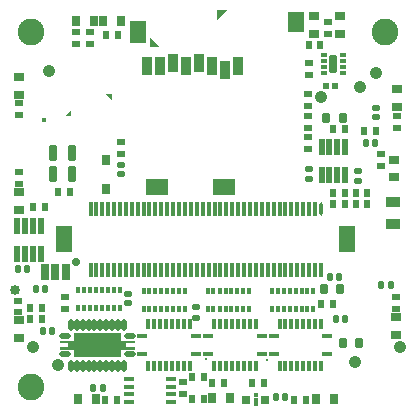
<source format=gbs>
G04 Layer_Color=16711935*
%FSLAX42Y42*%
%MOMM*%
G71*
G01*
G75*
G04:AMPARAMS|DCode=23|XSize=0.61mm|YSize=0.91mm|CornerRadius=0.15mm|HoleSize=0mm|Usage=FLASHONLY|Rotation=180.000|XOffset=0mm|YOffset=0mm|HoleType=Round|Shape=RoundedRectangle|*
%AMROUNDEDRECTD23*
21,1,0.61,0.61,0,0,180.0*
21,1,0.30,0.91,0,0,180.0*
1,1,0.30,-0.15,0.30*
1,1,0.30,0.15,0.30*
1,1,0.30,0.15,-0.30*
1,1,0.30,-0.15,-0.30*
%
%ADD23ROUNDEDRECTD23*%
G04:AMPARAMS|DCode=25|XSize=0.51mm|YSize=0.61mm|CornerRadius=0.13mm|HoleSize=0mm|Usage=FLASHONLY|Rotation=90.000|XOffset=0mm|YOffset=0mm|HoleType=Round|Shape=RoundedRectangle|*
%AMROUNDEDRECTD25*
21,1,0.51,0.36,0,0,90.0*
21,1,0.25,0.61,0,0,90.0*
1,1,0.25,0.18,0.13*
1,1,0.25,0.18,-0.13*
1,1,0.25,-0.18,-0.13*
1,1,0.25,-0.18,0.13*
%
%ADD25ROUNDEDRECTD25*%
G04:AMPARAMS|DCode=26|XSize=0.51mm|YSize=0.61mm|CornerRadius=0.13mm|HoleSize=0mm|Usage=FLASHONLY|Rotation=0.000|XOffset=0mm|YOffset=0mm|HoleType=Round|Shape=RoundedRectangle|*
%AMROUNDEDRECTD26*
21,1,0.51,0.36,0,0,0.0*
21,1,0.25,0.61,0,0,0.0*
1,1,0.25,0.13,-0.18*
1,1,0.25,-0.13,-0.18*
1,1,0.25,-0.13,0.18*
1,1,0.25,0.13,0.18*
%
%ADD26ROUNDEDRECTD26*%
G04:AMPARAMS|DCode=36|XSize=0.71mm|YSize=1.32mm|CornerRadius=0.18mm|HoleSize=0mm|Usage=FLASHONLY|Rotation=0.000|XOffset=0mm|YOffset=0mm|HoleType=Round|Shape=RoundedRectangle|*
%AMROUNDEDRECTD36*
21,1,0.71,0.97,0,0,0.0*
21,1,0.36,1.32,0,0,0.0*
1,1,0.36,0.18,-0.48*
1,1,0.36,-0.18,-0.48*
1,1,0.36,-0.18,0.48*
1,1,0.36,0.18,0.48*
%
%ADD36ROUNDEDRECTD36*%
%ADD69R,0.46X0.46*%
%ADD114R,0.56X0.66*%
%ADD115R,0.66X0.56*%
%ADD120R,0.66X0.66*%
%ADD122R,0.46X0.46*%
%ADD132R,0.43X0.56*%
%ADD133R,0.30X0.56*%
%ADD140R,0.56X0.36*%
G04:AMPARAMS|DCode=141|XSize=0.56mm|YSize=0.36mm|CornerRadius=0.09mm|HoleSize=0mm|Usage=FLASHONLY|Rotation=0.000|XOffset=0mm|YOffset=0mm|HoleType=Round|Shape=RoundedRectangle|*
%AMROUNDEDRECTD141*
21,1,0.56,0.18,0,0,0.0*
21,1,0.39,0.36,0,0,0.0*
1,1,0.17,0.19,-0.09*
1,1,0.17,-0.19,-0.09*
1,1,0.17,-0.19,0.09*
1,1,0.17,0.19,0.09*
%
%ADD141ROUNDEDRECTD141*%
G04:AMPARAMS|DCode=142|XSize=0.76mm|YSize=1.47mm|CornerRadius=0.17mm|HoleSize=0mm|Usage=FLASHONLY|Rotation=0.000|XOffset=0mm|YOffset=0mm|HoleType=Round|Shape=RoundedRectangle|*
%AMROUNDEDRECTD142*
21,1,0.76,1.14,0,0,0.0*
21,1,0.43,1.47,0,0,0.0*
1,1,0.34,0.21,-0.57*
1,1,0.34,-0.21,-0.57*
1,1,0.34,-0.21,0.57*
1,1,0.34,0.21,0.57*
%
%ADD142ROUNDEDRECTD142*%
%ADD173R,0.51X0.51*%
%ADD174C,0.71*%
%ADD175C,2.26*%
%ADD177C,0.25*%
G04:AMPARAMS|DCode=178|XSize=1.07mm|YSize=1.07mm|CornerRadius=0.53mm|HoleSize=0mm|Usage=FLASHONLY|Rotation=180.000|XOffset=0mm|YOffset=0mm|HoleType=Round|Shape=RoundedRectangle|*
%AMROUNDEDRECTD178*
21,1,1.07,0.00,0,0,180.0*
21,1,0.00,1.07,0,0,180.0*
1,1,1.07,0.00,0.00*
1,1,1.07,0.00,0.00*
1,1,1.07,0.00,0.00*
1,1,1.07,0.00,0.00*
%
%ADD178ROUNDEDRECTD178*%
G04:AMPARAMS|DCode=179|XSize=0.85mm|YSize=0.85mm|CornerRadius=0.43mm|HoleSize=0mm|Usage=FLASHONLY|Rotation=180.000|XOffset=0mm|YOffset=0mm|HoleType=Round|Shape=RoundedRectangle|*
%AMROUNDEDRECTD179*
21,1,0.85,0.00,0,0,180.0*
21,1,0.00,0.85,0,0,180.0*
1,1,0.85,0.00,0.00*
1,1,0.85,0.00,0.00*
1,1,0.85,0.00,0.00*
1,1,0.85,0.00,0.00*
%
%ADD179ROUNDEDRECTD179*%
G04:AMPARAMS|DCode=180|XSize=1.07mm|YSize=1.07mm|CornerRadius=0.53mm|HoleSize=0mm|Usage=FLASHONLY|Rotation=90.000|XOffset=0mm|YOffset=0mm|HoleType=Round|Shape=RoundedRectangle|*
%AMROUNDEDRECTD180*
21,1,1.07,0.00,0,0,90.0*
21,1,0.00,1.07,0,0,90.0*
1,1,1.07,0.00,0.00*
1,1,1.07,0.00,0.00*
1,1,1.07,0.00,0.00*
1,1,1.07,0.00,0.00*
%
%ADD180ROUNDEDRECTD180*%
%ADD181R,0.91X0.36*%
%ADD182R,0.36X0.91*%
%ADD183R,1.47X1.96*%
%ADD184R,1.85X1.47*%
%ADD185R,1.47X1.66*%
%ADD186R,0.86X1.57*%
%ADD187R,0.91X0.41*%
%ADD188R,0.66X0.97*%
%ADD189R,0.97X0.66*%
%ADD190R,1.27X0.86*%
%ADD191R,0.30X1.17*%
%ADD192R,1.47X2.16*%
G04:AMPARAMS|DCode=193|XSize=0.3mm|YSize=1.17mm|CornerRadius=0.15mm|HoleSize=0mm|Usage=FLASHONLY|Rotation=180.000|XOffset=0mm|YOffset=0mm|HoleType=Round|Shape=RoundedRectangle|*
%AMROUNDEDRECTD193*
21,1,0.30,0.86,0,0,180.0*
21,1,0.00,1.17,0,0,180.0*
1,1,0.30,0.00,0.43*
1,1,0.30,0.00,0.43*
1,1,0.30,0.00,-0.43*
1,1,0.30,0.00,-0.43*
%
%ADD193ROUNDEDRECTD193*%
%ADD194R,0.48X1.37*%
%ADD195R,0.66X0.86*%
%ADD196R,0.69X1.32*%
G04:AMPARAMS|DCode=197|XSize=0.44mm|YSize=1mm|CornerRadius=0.15mm|HoleSize=0mm|Usage=FLASHONLY|Rotation=270.000|XOffset=0mm|YOffset=0mm|HoleType=Round|Shape=RoundedRectangle|*
%AMROUNDEDRECTD197*
21,1,0.44,0.71,0,0,270.0*
21,1,0.15,1.00,0,0,270.0*
1,1,0.29,-0.36,-0.08*
1,1,0.29,-0.36,0.08*
1,1,0.29,0.36,0.08*
1,1,0.29,0.36,-0.08*
%
%ADD197ROUNDEDRECTD197*%
G04:AMPARAMS|DCode=198|XSize=0.44mm|YSize=1mm|CornerRadius=0.15mm|HoleSize=0mm|Usage=FLASHONLY|Rotation=180.000|XOffset=0mm|YOffset=0mm|HoleType=Round|Shape=RoundedRectangle|*
%AMROUNDEDRECTD198*
21,1,0.44,0.71,0,0,180.0*
21,1,0.15,1.00,0,0,180.0*
1,1,0.29,-0.08,0.36*
1,1,0.29,0.08,0.36*
1,1,0.29,0.08,-0.36*
1,1,0.29,-0.08,-0.36*
%
%ADD198ROUNDEDRECTD198*%
G36*
X3135Y5311D02*
X3085D01*
X3135Y5362D01*
Y5311D01*
D02*
G37*
G36*
X3558Y3412D02*
X3673D01*
Y3389D01*
X3601D01*
Y3357D01*
X3673D01*
Y3334D01*
X3558D01*
Y3271D01*
X3153D01*
Y3334D01*
X3038D01*
Y3357D01*
X3109D01*
Y3389D01*
X3038D01*
Y3412D01*
X3153D01*
Y3476D01*
X3558D01*
Y3412D01*
D02*
G37*
G36*
X3481Y5451D02*
X3431Y5501D01*
X3481D01*
Y5451D01*
D02*
G37*
G36*
X4369Y6129D02*
Y6212D01*
X4451D01*
X4369Y6129D01*
D02*
G37*
G36*
X3882Y5899D02*
X3799D01*
Y5982D01*
X3882Y5899D01*
D02*
G37*
D23*
X5412Y3853D02*
D03*
X5272D02*
D03*
X5574Y3396D02*
D03*
X5434D02*
D03*
X5432Y5296D02*
D03*
X5292D02*
D03*
D25*
X5565Y4768D02*
D03*
Y4848D02*
D03*
X3617Y3727D02*
D03*
Y3807D02*
D03*
X5718Y5384D02*
D03*
Y5304D02*
D03*
X4194Y3600D02*
D03*
Y3700D02*
D03*
X5144Y4863D02*
D03*
Y4783D02*
D03*
X3553Y4822D02*
D03*
Y4902D02*
D03*
D26*
X5707Y5083D02*
D03*
X5627D02*
D03*
X5839Y3884D02*
D03*
X5759D02*
D03*
X5402Y3955D02*
D03*
X5322D02*
D03*
X2680Y4016D02*
D03*
X2760D02*
D03*
X3400Y3010D02*
D03*
X3320D02*
D03*
X2971Y3498D02*
D03*
X2891D02*
D03*
X5373Y3599D02*
D03*
X5453D02*
D03*
X2913Y3853D02*
D03*
X2833D02*
D03*
X4865Y2939D02*
D03*
X4945D02*
D03*
D36*
X2983Y5004D02*
D03*
X3143Y5004D02*
D03*
X2983Y4821D02*
D03*
X3143Y4821D02*
D03*
D69*
X4696Y2954D02*
D03*
Y2873D02*
D03*
Y2913D02*
D03*
D03*
D114*
X3533Y5997D02*
D03*
X3432D02*
D03*
X5616Y5184D02*
D03*
X5717D02*
D03*
X3523Y2908D02*
D03*
X3422D02*
D03*
X4155Y2916D02*
D03*
X4256D02*
D03*
X5022Y2908D02*
D03*
X5122D02*
D03*
X5349Y4661D02*
D03*
X5450D02*
D03*
X5349Y4572D02*
D03*
X5450D02*
D03*
X5641D02*
D03*
X5541D02*
D03*
X5641Y4661D02*
D03*
X5541D02*
D03*
X2812Y4544D02*
D03*
X2913D02*
D03*
X5352Y5204D02*
D03*
X5453D02*
D03*
X4666Y3056D02*
D03*
X4767D02*
D03*
X2781Y3691D02*
D03*
X2882D02*
D03*
X5143Y5916D02*
D03*
X5244D02*
D03*
X4156Y3101D02*
D03*
X4257D02*
D03*
X2883Y3599D02*
D03*
X2782D02*
D03*
X4326Y3053D02*
D03*
X4426D02*
D03*
X3122Y4671D02*
D03*
X3021D02*
D03*
X5352Y3721D02*
D03*
X5251D02*
D03*
D115*
X5311Y6109D02*
D03*
Y6008D02*
D03*
X2690Y5326D02*
D03*
Y5427D02*
D03*
Y4839D02*
D03*
Y4738D02*
D03*
X2680Y3752D02*
D03*
Y3651D02*
D03*
X5880Y3782D02*
D03*
Y3681D02*
D03*
X5753Y4991D02*
D03*
Y4890D02*
D03*
X5890Y5215D02*
D03*
Y5315D02*
D03*
X3178Y6027D02*
D03*
Y5927D02*
D03*
X4084Y2960D02*
D03*
Y3061D02*
D03*
X3289Y6027D02*
D03*
Y5927D02*
D03*
X5138Y5499D02*
D03*
Y5398D02*
D03*
Y5133D02*
D03*
Y5033D02*
D03*
Y5316D02*
D03*
Y5215D02*
D03*
X5149Y5763D02*
D03*
Y5662D02*
D03*
X3078Y3680D02*
D03*
Y3781D02*
D03*
X3553Y5095D02*
D03*
Y4994D02*
D03*
D120*
X4615Y2913D02*
D03*
X4776D02*
D03*
D122*
X2903Y5283D02*
D03*
D132*
X5184Y3833D02*
D03*
X4834D02*
D03*
Y3682D02*
D03*
X5184D02*
D03*
X4640Y3833D02*
D03*
X4290D02*
D03*
Y3682D02*
D03*
X4640D02*
D03*
X3546Y3838D02*
D03*
X3195D02*
D03*
Y3687D02*
D03*
X3546D02*
D03*
X4097Y3835D02*
D03*
X3747D02*
D03*
Y3684D02*
D03*
X4097D02*
D03*
D133*
X5134Y3833D02*
D03*
X5084D02*
D03*
X5034D02*
D03*
X4983D02*
D03*
X4933D02*
D03*
X4882D02*
D03*
Y3682D02*
D03*
X4933D02*
D03*
X4983D02*
D03*
X5034D02*
D03*
X5084D02*
D03*
X5134D02*
D03*
X4590Y3833D02*
D03*
X4540D02*
D03*
X4490D02*
D03*
X4440D02*
D03*
X4389D02*
D03*
X4338D02*
D03*
Y3682D02*
D03*
X4389D02*
D03*
X4440D02*
D03*
X4490D02*
D03*
X4540D02*
D03*
X4590D02*
D03*
X3496Y3838D02*
D03*
X3446D02*
D03*
X3396D02*
D03*
X3345D02*
D03*
X3294D02*
D03*
X3244D02*
D03*
Y3687D02*
D03*
X3294D02*
D03*
X3345D02*
D03*
X3396D02*
D03*
X3446D02*
D03*
X3496D02*
D03*
X4047Y3835D02*
D03*
X3997D02*
D03*
X3947D02*
D03*
X3896D02*
D03*
X3846D02*
D03*
X3795D02*
D03*
Y3684D02*
D03*
X3846D02*
D03*
X3896D02*
D03*
X3947D02*
D03*
X3997D02*
D03*
X4047D02*
D03*
D140*
X5272Y5677D02*
D03*
D141*
X5433D02*
D03*
Y5728D02*
D03*
Y5778D02*
D03*
Y5828D02*
D03*
X5272D02*
D03*
Y5778D02*
D03*
Y5728D02*
D03*
D142*
X5352Y5753D02*
D03*
D173*
X5291Y5570D02*
D03*
X5371D02*
D03*
D174*
X3170Y4080D02*
D03*
D175*
X5791Y6022D02*
D03*
X2791D02*
D03*
Y3023D02*
D03*
D177*
X4275Y3256D02*
D03*
X4793Y3251D02*
D03*
D178*
X3020Y3203D02*
D03*
X2807Y3355D02*
D03*
X5578Y5563D02*
D03*
X5248Y5474D02*
D03*
X2944Y5697D02*
D03*
D179*
X2657Y3843D02*
D03*
D180*
X5718Y5677D02*
D03*
X5916Y3355D02*
D03*
X5535Y3233D02*
D03*
D181*
X4186Y3301D02*
D03*
Y3452D02*
D03*
X3735D02*
D03*
Y3301D02*
D03*
X5298D02*
D03*
Y3452D02*
D03*
X4847D02*
D03*
Y3301D02*
D03*
X4745D02*
D03*
Y3452D02*
D03*
X4294D02*
D03*
Y3301D02*
D03*
D182*
X4135Y3551D02*
D03*
X4087D02*
D03*
X4036D02*
D03*
X3985D02*
D03*
X3935D02*
D03*
X3885D02*
D03*
X3835D02*
D03*
X3785D02*
D03*
Y3201D02*
D03*
X3835D02*
D03*
X3885D02*
D03*
X3935D02*
D03*
X3985D02*
D03*
X4036D02*
D03*
X4087D02*
D03*
X4135D02*
D03*
X5248Y3551D02*
D03*
X5199D02*
D03*
X5149D02*
D03*
X5098D02*
D03*
X5047D02*
D03*
X4997D02*
D03*
X4947D02*
D03*
X4897D02*
D03*
Y3201D02*
D03*
X4947D02*
D03*
X4997D02*
D03*
X5047D02*
D03*
X5098D02*
D03*
X5149D02*
D03*
X5199D02*
D03*
X5248D02*
D03*
X4694Y3551D02*
D03*
X4646D02*
D03*
X4595D02*
D03*
X4544D02*
D03*
X4494D02*
D03*
X4444D02*
D03*
X4394D02*
D03*
X4344D02*
D03*
Y3201D02*
D03*
X4394D02*
D03*
X4444D02*
D03*
X4494D02*
D03*
X4544D02*
D03*
X4595D02*
D03*
X4646D02*
D03*
X4694D02*
D03*
D183*
X3696Y6025D02*
D03*
D184*
X3856Y4709D02*
D03*
X4426D02*
D03*
D185*
X5036Y6114D02*
D03*
D186*
X3774Y5740D02*
D03*
X3884D02*
D03*
X3993Y5761D02*
D03*
X4105Y5740D02*
D03*
X4214Y5761D02*
D03*
X4323Y5740D02*
D03*
X4435Y5700D02*
D03*
X4545Y5740D02*
D03*
D187*
X3619Y3022D02*
D03*
X3975D02*
D03*
X3619Y2957D02*
D03*
Y2891D02*
D03*
X3975Y2957D02*
D03*
Y2891D02*
D03*
Y3087D02*
D03*
X3619D02*
D03*
D188*
X3406Y6119D02*
D03*
X3557D02*
D03*
X3345Y2918D02*
D03*
X3194D02*
D03*
X4328Y2929D02*
D03*
X4479D02*
D03*
X5207Y2918D02*
D03*
X5358D02*
D03*
X3174Y6119D02*
D03*
X3325D02*
D03*
D189*
X5413Y6007D02*
D03*
Y6158D02*
D03*
X2690Y5494D02*
D03*
Y5645D02*
D03*
Y4671D02*
D03*
Y4520D02*
D03*
X2692Y3584D02*
D03*
Y3433D02*
D03*
X5880Y3614D02*
D03*
Y3463D02*
D03*
X5870Y4945D02*
D03*
Y4794D02*
D03*
X5890Y5392D02*
D03*
Y5544D02*
D03*
X5189Y6011D02*
D03*
Y6162D02*
D03*
D190*
X5860Y4585D02*
D03*
Y4403D02*
D03*
D191*
X3297Y4010D02*
D03*
Y4531D02*
D03*
X3345Y4010D02*
D03*
Y4531D02*
D03*
X3396Y4010D02*
D03*
Y4531D02*
D03*
X3447Y4010D02*
D03*
Y4531D02*
D03*
X3495Y4010D02*
D03*
Y4531D02*
D03*
X3546Y4010D02*
D03*
Y4531D02*
D03*
X3597Y4010D02*
D03*
Y4531D02*
D03*
X3645Y4010D02*
D03*
Y4531D02*
D03*
X3696Y4010D02*
D03*
Y4531D02*
D03*
X3747Y4010D02*
D03*
Y4531D02*
D03*
X3795D02*
D03*
X3846D02*
D03*
X3896D02*
D03*
X3947D02*
D03*
X3995D02*
D03*
X4046D02*
D03*
X4097D02*
D03*
X4145D02*
D03*
X4196D02*
D03*
X4247D02*
D03*
X4297D02*
D03*
X4347D02*
D03*
X4397D02*
D03*
X4447D02*
D03*
X4497D02*
D03*
X4547D02*
D03*
X4597D02*
D03*
X4647D02*
D03*
X4697D02*
D03*
X4747D02*
D03*
X4797D02*
D03*
X4847D02*
D03*
X4897D02*
D03*
X4947D02*
D03*
X4997D02*
D03*
X5047D02*
D03*
X5097D02*
D03*
X5147D02*
D03*
X5197D02*
D03*
X3795Y4010D02*
D03*
X3846D02*
D03*
X3896D02*
D03*
X3947D02*
D03*
X3995D02*
D03*
X4046D02*
D03*
X4097D02*
D03*
X4145D02*
D03*
X4196D02*
D03*
X4247D02*
D03*
X4297D02*
D03*
X4347D02*
D03*
X4397D02*
D03*
X4447D02*
D03*
X4497D02*
D03*
X4547D02*
D03*
X4597D02*
D03*
X4647D02*
D03*
X4697D02*
D03*
X4747D02*
D03*
X4797D02*
D03*
X4847D02*
D03*
X4897D02*
D03*
X4947D02*
D03*
X4997D02*
D03*
X5047D02*
D03*
X5097D02*
D03*
X5147D02*
D03*
X5197D02*
D03*
X5247D02*
D03*
D192*
X3071Y4270D02*
D03*
X5472D02*
D03*
D193*
X5247Y4531D02*
D03*
D194*
X2874Y4384D02*
D03*
X2809D02*
D03*
X2743D02*
D03*
X2677D02*
D03*
Y4147D02*
D03*
X2743D02*
D03*
X2809D02*
D03*
X2874D02*
D03*
X5449Y5050D02*
D03*
X5384D02*
D03*
X5319D02*
D03*
X5253D02*
D03*
Y4813D02*
D03*
X5319D02*
D03*
X5384D02*
D03*
X5449D02*
D03*
D195*
X3424Y4694D02*
D03*
Y4946D02*
D03*
D196*
X2911Y3993D02*
D03*
X3000D02*
D03*
X3089D02*
D03*
D197*
X3631Y3298D02*
D03*
Y3449D02*
D03*
X3080Y3298D02*
D03*
X3080Y3449D02*
D03*
D198*
X3581Y3548D02*
D03*
X3532Y3548D02*
D03*
X3482D02*
D03*
X3431Y3548D02*
D03*
X3380D02*
D03*
X3330D02*
D03*
X3280Y3548D02*
D03*
X3280Y3198D02*
D03*
X3330D02*
D03*
X3380D02*
D03*
X3431D02*
D03*
X3482D02*
D03*
X3532D02*
D03*
X3581D02*
D03*
X3130D02*
D03*
Y3548D02*
D03*
X3230Y3198D02*
D03*
X3180D02*
D03*
Y3548D02*
D03*
X3230D02*
D03*
M02*

</source>
